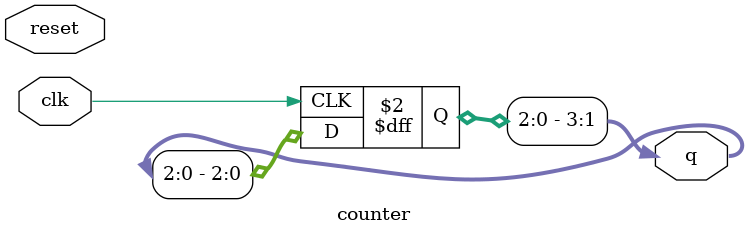
<source format=v>
module counter( 
    input clk,
    input reset,
    output reg [3:0] q
); 
// update q on the positive edge of the clock according to the following cases:
// on reset, assign q to 1
// else if q is 12, assign q to 1
// else, increment q by 1 
always @(posedge clk)
begin
  q[3] <= q[2];
  q[2] <= q[1];
  q[1] <= q[0];
end
endmodule

</source>
